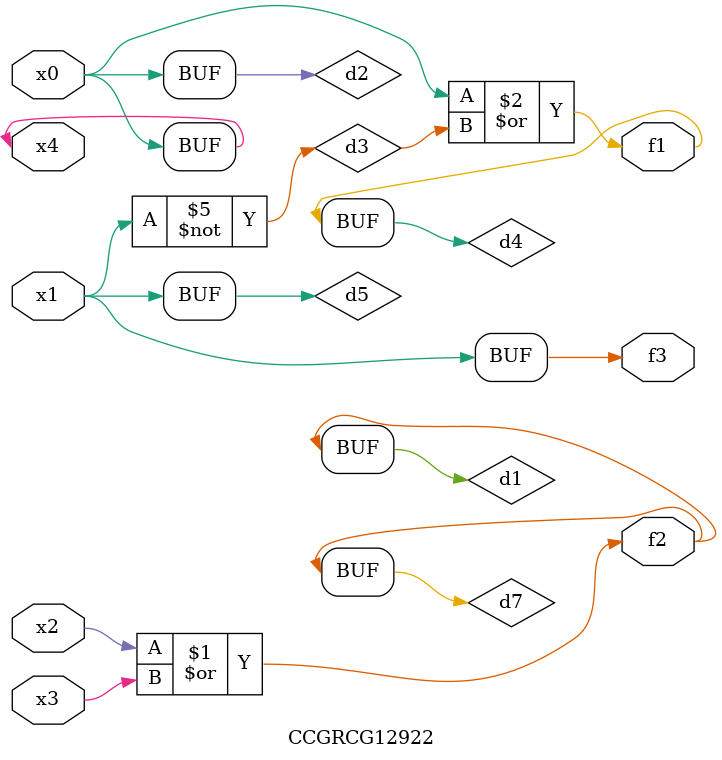
<source format=v>
module CCGRCG12922(
	input x0, x1, x2, x3, x4,
	output f1, f2, f3
);

	wire d1, d2, d3, d4, d5, d6, d7;

	or (d1, x2, x3);
	buf (d2, x0, x4);
	not (d3, x1);
	or (d4, d2, d3);
	not (d5, d3);
	nand (d6, d1, d3);
	or (d7, d1);
	assign f1 = d4;
	assign f2 = d7;
	assign f3 = d5;
endmodule

</source>
